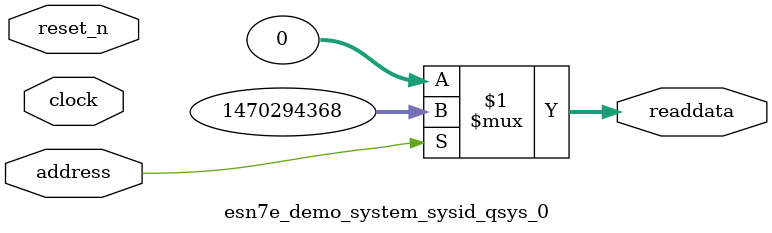
<source format=v>

`timescale 1ns / 1ps
// synthesis translate_on

// turn off superfluous verilog processor warnings 
// altera message_level Level1 
// altera message_off 10034 10035 10036 10037 10230 10240 10030 

module esn7e_demo_system_sysid_qsys_0 (
               // inputs:
                address,
                clock,
                reset_n,

               // outputs:
                readdata
             )
;

  output  [ 31: 0] readdata;
  input            address;
  input            clock;
  input            reset_n;

  wire    [ 31: 0] readdata;
  //control_slave, which is an e_avalon_slave
  assign readdata = address ? 1470294368 : 0;

endmodule




</source>
